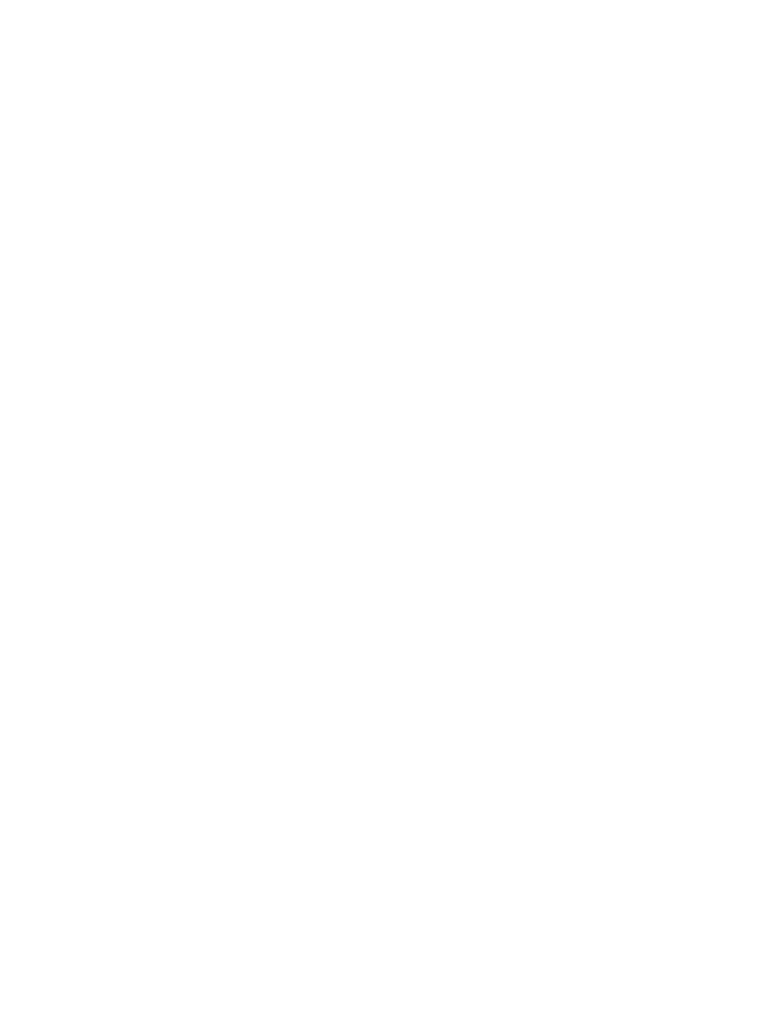
<source format=kicad_pcb>
(kicad_pcb (version 20240928) (generator "gerbview") (generator_version "9.0")
  (layers (0 F.Cu signal) (2 B.Cu signal) (1 F.Mask user) (3 B.Mask user) (5 F.SilkS user) (7 B.SilkS user) (13 F.Paste user) (15 B.Paste user) (25 Edge.Cuts user))
)
</source>
